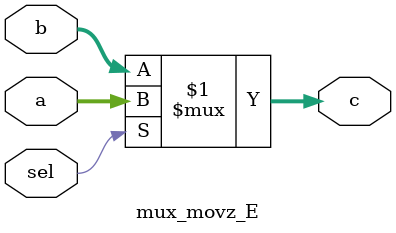
<source format=v>
`timescale 1ns / 1ps
module mux_movz_E(
    input [4:0] a,	//rt
    input [4:0] b,	
    input sel,
    output [4:0] c
    );
	 assign c = (sel)? a:b;

endmodule

</source>
